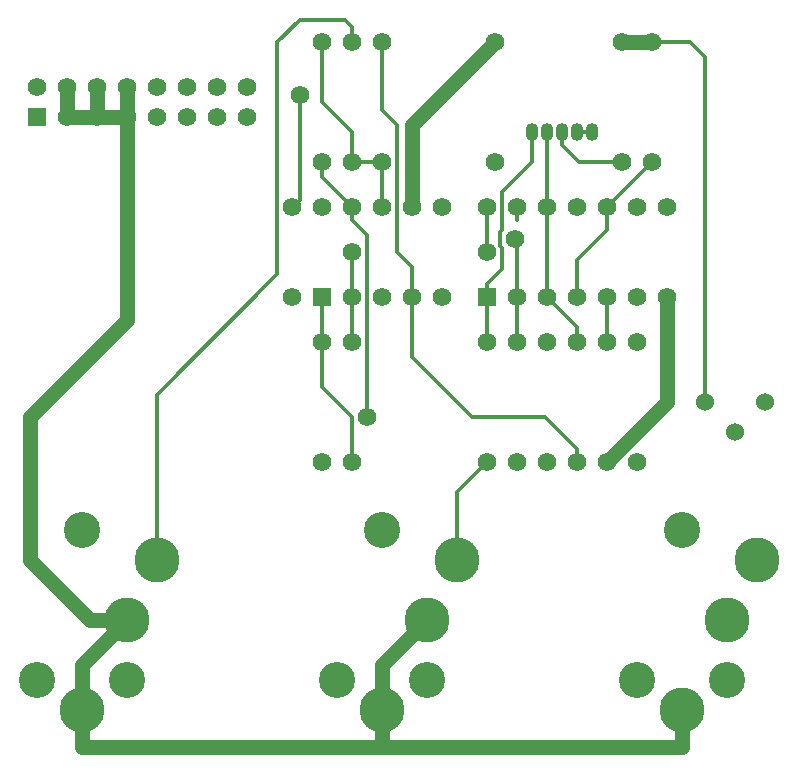
<source format=gbl>
G04 #@! TF.GenerationSoftware,KiCad,Pcbnew,(5.0.0)*
G04 #@! TF.CreationDate,2018-10-08T11:46:22-07:00*
G04 #@! TF.ProjectId,500-1019,3530302D313031392E6B696361645F70,rev?*
G04 #@! TF.SameCoordinates,Original*
G04 #@! TF.FileFunction,Copper,L2,Bot,Signal*
G04 #@! TF.FilePolarity,Positive*
%FSLAX46Y46*%
G04 Gerber Fmt 4.6, Leading zero omitted, Abs format (unit mm)*
G04 Created by KiCad (PCBNEW (5.0.0)) date 10/08/18 11:46:22*
%MOMM*%
%LPD*%
G01*
G04 APERTURE LIST*
G04 #@! TA.AperFunction,ComponentPad*
%ADD10C,1.574800*%
G04 #@! TD*
G04 #@! TA.AperFunction,ComponentPad*
%ADD11C,3.810000*%
G04 #@! TD*
G04 #@! TA.AperFunction,ComponentPad*
%ADD12C,3.048000*%
G04 #@! TD*
G04 #@! TA.AperFunction,ComponentPad*
%ADD13R,1.574800X1.574800*%
G04 #@! TD*
G04 #@! TA.AperFunction,ComponentPad*
%ADD14O,1.066800X1.524000*%
G04 #@! TD*
G04 #@! TA.AperFunction,ComponentPad*
%ADD15C,1.524000*%
G04 #@! TD*
G04 #@! TA.AperFunction,ViaPad*
%ADD16C,1.574800*%
G04 #@! TD*
G04 #@! TA.AperFunction,Conductor*
%ADD17C,0.304800*%
G04 #@! TD*
G04 #@! TA.AperFunction,Conductor*
%ADD18C,1.270000*%
G04 #@! TD*
G04 APERTURE END LIST*
D10*
G04 #@! TO.P,C1,1*
G04 #@! TO.N,+15V0*
X138430000Y-97790000D03*
G04 #@! TO.P,C1,2*
G04 #@! TO.N,GND*
X138430000Y-105410000D03*
G04 #@! TD*
G04 #@! TO.P,C2,1*
G04 #@! TO.N,-15V0*
X151130000Y-105410000D03*
G04 #@! TO.P,C2,2*
G04 #@! TO.N,GND*
X151130000Y-97790000D03*
G04 #@! TD*
D11*
G04 #@! TO.P,J1,1*
G04 #@! TO.N,GND*
X120650000Y-140411200D03*
D12*
G04 #@! TO.P,J1,*
G04 #@! TO.N,*
X124460000Y-137871200D03*
D11*
G04 #@! TO.P,J1,2*
G04 #@! TO.N,GND*
X124460000Y-132791200D03*
G04 #@! TO.P,J1,3*
G04 #@! TO.N,Net-(J1-Pad3)*
X127000000Y-127711200D03*
D12*
G04 #@! TO.P,J1,*
G04 #@! TO.N,*
X120650000Y-125171200D03*
X116840000Y-137871200D03*
G04 #@! TD*
D11*
G04 #@! TO.P,J2,1*
G04 #@! TO.N,GND*
X146050000Y-140411200D03*
D12*
G04 #@! TO.P,J2,*
G04 #@! TO.N,*
X149860000Y-137871200D03*
D11*
G04 #@! TO.P,J2,2*
G04 #@! TO.N,GND*
X149860000Y-132791200D03*
G04 #@! TO.P,J2,3*
G04 #@! TO.N,Net-(J2-Pad3)*
X152400000Y-127711200D03*
D12*
G04 #@! TO.P,J2,*
G04 #@! TO.N,*
X146050000Y-125171200D03*
X142240000Y-137871200D03*
G04 #@! TD*
D11*
G04 #@! TO.P,J3,1*
G04 #@! TO.N,GND*
X171450000Y-140411200D03*
D12*
G04 #@! TO.P,J3,*
G04 #@! TO.N,*
X175260000Y-137871200D03*
D11*
G04 #@! TO.P,J3,2*
G04 #@! TO.N,N/C*
X175260000Y-132791200D03*
G04 #@! TO.P,J3,3*
G04 #@! TO.N,Net-(J3-Pad3)*
X177800000Y-127711200D03*
D12*
G04 #@! TO.P,J3,*
G04 #@! TO.N,*
X171450000Y-125171200D03*
X167640000Y-137871200D03*
G04 #@! TD*
D13*
G04 #@! TO.P,P1,1*
G04 #@! TO.N,-15V0*
X116840000Y-90170000D03*
D10*
G04 #@! TO.P,P1,2*
X116840000Y-87630000D03*
G04 #@! TO.P,P1,3*
G04 #@! TO.N,GND*
X119380000Y-90170000D03*
G04 #@! TO.P,P1,4*
X119380000Y-87630000D03*
G04 #@! TO.P,P1,5*
X121920000Y-90170000D03*
G04 #@! TO.P,P1,6*
X121920000Y-87630000D03*
G04 #@! TO.P,P1,7*
X124460000Y-90170000D03*
G04 #@! TO.P,P1,8*
X124460000Y-87630000D03*
G04 #@! TO.P,P1,9*
G04 #@! TO.N,+15V0*
X127000000Y-90170000D03*
G04 #@! TO.P,P1,10*
X127000000Y-87630000D03*
G04 #@! TO.P,P1,11*
G04 #@! TO.N,N/C*
X129540000Y-90170000D03*
G04 #@! TO.P,P1,12*
X129540000Y-87630000D03*
G04 #@! TO.P,P1,13*
X132080000Y-90170000D03*
G04 #@! TO.P,P1,14*
X132080000Y-87630000D03*
G04 #@! TO.P,P1,15*
X134620000Y-90170000D03*
G04 #@! TO.P,P1,16*
X134620000Y-87630000D03*
G04 #@! TD*
G04 #@! TO.P,Q1,14*
G04 #@! TO.N,Net-(Q1-Pad14)*
X154940000Y-97790000D03*
D13*
G04 #@! TO.P,Q1,1*
G04 #@! TO.N,Net-(Q1-Pad1)*
X154940000Y-105410000D03*
D10*
G04 #@! TO.P,Q1,13*
G04 #@! TO.N,Net-(Q1-Pad13)*
X157480000Y-97790000D03*
G04 #@! TO.P,Q1,2*
G04 #@! TO.N,Net-(Q1-Pad2)*
X157480000Y-105410000D03*
G04 #@! TO.P,Q1,12*
G04 #@! TO.N,Net-(Q1-Pad12)*
X160020000Y-97790000D03*
G04 #@! TO.P,Q1,3*
X160020000Y-105410000D03*
G04 #@! TO.P,Q1,11*
G04 #@! TO.N,N/C*
X162560000Y-97790000D03*
G04 #@! TO.P,Q1,4*
G04 #@! TO.N,Net-(Q1-Pad10)*
X162560000Y-105410000D03*
G04 #@! TO.P,Q1,10*
X165100000Y-97790000D03*
G04 #@! TO.P,Q1,5*
G04 #@! TO.N,Net-(Q1-Pad5)*
X165100000Y-105410000D03*
G04 #@! TO.P,Q1,9*
G04 #@! TO.N,Net-(Q1-Pad2)*
X167640000Y-97790000D03*
G04 #@! TO.P,Q1,6*
G04 #@! TO.N,Net-(Q1-Pad1)*
X167640000Y-105410000D03*
G04 #@! TO.P,Q1,8*
G04 #@! TO.N,Net-(Q1-Pad14)*
X170180000Y-97790000D03*
G04 #@! TO.P,Q1,7*
G04 #@! TO.N,GND*
X170180000Y-105410000D03*
G04 #@! TD*
D14*
G04 #@! TO.P,Q2,1*
G04 #@! TO.N,Net-(Q1-Pad1)*
X158790000Y-91440000D03*
G04 #@! TO.P,Q2,2*
G04 #@! TO.N,Net-(Q1-Pad12)*
X160040000Y-91440000D03*
G04 #@! TO.P,Q2,3*
G04 #@! TO.N,Net-(Q2-Pad3)*
X161290000Y-91440000D03*
G04 #@! TO.P,Q2,4*
G04 #@! TO.N,GND*
X162540000Y-91440000D03*
G04 #@! TO.P,Q2,5*
X163790000Y-91440000D03*
G04 #@! TD*
D10*
G04 #@! TO.P,R1,1*
G04 #@! TO.N,Net-(R1-Pad1)*
X146050000Y-93980000D03*
G04 #@! TO.P,R1,2*
G04 #@! TO.N,-15V0*
X146050000Y-83820000D03*
G04 #@! TD*
G04 #@! TO.P,R2,1*
G04 #@! TO.N,Net-(R1-Pad1)*
X143510000Y-93980000D03*
G04 #@! TO.P,R2,2*
G04 #@! TO.N,Net-(J1-Pad3)*
X143510000Y-83820000D03*
G04 #@! TD*
G04 #@! TO.P,R3,1*
G04 #@! TO.N,Net-(R3-Pad1)*
X140970000Y-93980000D03*
G04 #@! TO.P,R3,2*
G04 #@! TO.N,Net-(R1-Pad1)*
X140970000Y-83820000D03*
G04 #@! TD*
G04 #@! TO.P,R4,1*
G04 #@! TO.N,Net-(Q1-Pad2)*
X157480000Y-109220000D03*
G04 #@! TO.P,R4,2*
G04 #@! TO.N,Net-(R3-Pad1)*
X157480000Y-119380000D03*
G04 #@! TD*
G04 #@! TO.P,R5,1*
G04 #@! TO.N,Net-(Q1-Pad1)*
X154940000Y-109220000D03*
G04 #@! TO.P,R5,2*
G04 #@! TO.N,Net-(J2-Pad3)*
X154940000Y-119380000D03*
G04 #@! TD*
G04 #@! TO.P,R6,1*
G04 #@! TO.N,Net-(Q1-Pad2)*
X160020000Y-109220000D03*
G04 #@! TO.P,R6,2*
G04 #@! TO.N,GND*
X160020000Y-119380000D03*
G04 #@! TD*
G04 #@! TO.P,R7,1*
G04 #@! TO.N,+15V0*
X168910000Y-83820000D03*
G04 #@! TO.P,R7,2*
G04 #@! TO.N,Net-(Q1-Pad10)*
X168910000Y-93980000D03*
G04 #@! TD*
G04 #@! TO.P,R8,1*
G04 #@! TO.N,Net-(Q1-Pad12)*
X162560000Y-109220000D03*
G04 #@! TO.P,R8,2*
G04 #@! TO.N,-15V0*
X162560000Y-119380000D03*
G04 #@! TD*
G04 #@! TO.P,R9,1*
G04 #@! TO.N,+15V0*
X166370000Y-83820000D03*
G04 #@! TO.P,R9,2*
G04 #@! TO.N,Net-(Q2-Pad3)*
X166370000Y-93980000D03*
G04 #@! TD*
G04 #@! TO.P,R10,1*
G04 #@! TO.N,Net-(Q1-Pad13)*
X155575000Y-93980000D03*
G04 #@! TO.P,R10,2*
G04 #@! TO.N,GND*
X155575000Y-83820000D03*
G04 #@! TD*
G04 #@! TO.P,R11,1*
G04 #@! TO.N,Net-(R11-Pad1)*
X143510000Y-119380000D03*
G04 #@! TO.P,R11,2*
G04 #@! TO.N,Net-(Q1-Pad14)*
X143510000Y-109220000D03*
G04 #@! TD*
G04 #@! TO.P,R12,1*
G04 #@! TO.N,Net-(J3-Pad3)*
X140970000Y-119380000D03*
G04 #@! TO.P,R12,2*
G04 #@! TO.N,Net-(R11-Pad1)*
X140970000Y-109220000D03*
G04 #@! TD*
D13*
G04 #@! TO.P,U1,1*
G04 #@! TO.N,Net-(R11-Pad1)*
X140970000Y-105410000D03*
D10*
G04 #@! TO.P,U1,2*
G04 #@! TO.N,Net-(Q1-Pad14)*
X143510000Y-105410000D03*
G04 #@! TO.P,U1,3*
G04 #@! TO.N,GND*
X146050000Y-105410000D03*
G04 #@! TO.P,U1,4*
G04 #@! TO.N,-15V0*
X148590000Y-105410000D03*
G04 #@! TO.P,U1,5*
G04 #@! TO.N,GND*
X148590000Y-97790000D03*
G04 #@! TO.P,U1,6*
G04 #@! TO.N,Net-(R1-Pad1)*
X146050000Y-97790000D03*
G04 #@! TO.P,U1,7*
G04 #@! TO.N,Net-(R3-Pad1)*
X143510000Y-97790000D03*
G04 #@! TO.P,U1,8*
G04 #@! TO.N,+15V0*
X140970000Y-97790000D03*
G04 #@! TD*
D15*
G04 #@! TO.P,R13,1*
G04 #@! TO.N,+15V0*
X173355000Y-114300000D03*
G04 #@! TO.P,R13,2*
G04 #@! TO.N,Net-(R13-Pad2)*
X175895000Y-116840000D03*
G04 #@! TO.P,R13,3*
G04 #@! TO.N,-15V0*
X178435000Y-114300000D03*
G04 #@! TD*
D10*
G04 #@! TO.P,R14,1*
G04 #@! TO.N,Net-(Q1-Pad5)*
X167640000Y-109220000D03*
G04 #@! TO.P,R14,2*
G04 #@! TO.N,Net-(R13-Pad2)*
X167640000Y-119380000D03*
G04 #@! TD*
G04 #@! TO.P,R15,1*
G04 #@! TO.N,Net-(Q1-Pad5)*
X165100000Y-109220000D03*
G04 #@! TO.P,R15,2*
G04 #@! TO.N,GND*
X165100000Y-119380000D03*
G04 #@! TD*
D16*
G04 #@! TO.N,+15V0*
X139065000Y-88265000D03*
G04 #@! TO.N,Net-(Q1-Pad14)*
X154932771Y-101603239D03*
X143510000Y-101600000D03*
G04 #@! TO.N,Net-(Q1-Pad2)*
X157313152Y-100496848D03*
G04 #@! TO.N,Net-(R3-Pad1)*
X144780000Y-115570000D03*
G04 #@! TD*
D17*
G04 #@! TO.N,+15V0*
X172085000Y-83820000D02*
X168910000Y-83820000D01*
X173355000Y-85090000D02*
X172085000Y-83820000D01*
X173355000Y-114300000D02*
X173355000Y-85090000D01*
X139065000Y-88265000D02*
X139065000Y-97155000D01*
X139065000Y-97155000D02*
X138430000Y-97790000D01*
D18*
X168910000Y-83820000D02*
X166370000Y-83820000D01*
G04 #@! TO.N,GND*
X155575000Y-83820000D02*
X148590000Y-90805000D01*
X148590000Y-90805000D02*
X148590000Y-97790000D01*
X116205000Y-127635000D02*
X121361200Y-132791200D01*
X121361200Y-132791200D02*
X124460000Y-132791200D01*
X116205000Y-115570000D02*
X116205000Y-127635000D01*
X124460000Y-107315000D02*
X116205000Y-115570000D01*
X124460000Y-90170000D02*
X124460000Y-107315000D01*
X170180000Y-105410000D02*
X170180000Y-114300000D01*
X170180000Y-114300000D02*
X165100000Y-119380000D01*
D17*
X163790000Y-91440000D02*
X162540000Y-91440000D01*
D18*
X120650000Y-140411200D02*
X120650000Y-136601200D01*
X120650000Y-136601200D02*
X124460000Y-132791200D01*
X146050000Y-140411200D02*
X146050000Y-136601200D01*
X146050000Y-136601200D02*
X149860000Y-132791200D01*
X120650000Y-143510000D02*
X120650000Y-140411200D01*
X146050000Y-143510000D02*
X120650000Y-143510000D01*
X146050000Y-143510000D02*
X146050000Y-140411200D01*
X171450000Y-143510000D02*
X146050000Y-143510000D01*
X171450000Y-140411200D02*
X171450000Y-143510000D01*
X121920000Y-90170000D02*
X124460000Y-90170000D01*
X119380000Y-90170000D02*
X121920000Y-90170000D01*
X124460000Y-87630000D02*
X124460000Y-90170000D01*
X121920000Y-87630000D02*
X121920000Y-90170000D01*
X119380000Y-89535000D02*
X119380000Y-90170000D01*
X119380000Y-87630000D02*
X119380000Y-89535000D01*
D17*
G04 #@! TO.N,-15V0*
X153670000Y-115570000D02*
X148590000Y-110490000D01*
X148590000Y-110490000D02*
X148590000Y-105410000D01*
X159863551Y-115570000D02*
X153670000Y-115570000D01*
X162560000Y-119380000D02*
X162560000Y-118266449D01*
X162560000Y-118266449D02*
X159863551Y-115570000D01*
X147345399Y-101625399D02*
X148590000Y-102870000D01*
X148590000Y-102870000D02*
X148590000Y-105410000D01*
X146050000Y-89535000D02*
X147345399Y-90830399D01*
X147345399Y-90830399D02*
X147345399Y-101625399D01*
X146050000Y-83820000D02*
X146050000Y-89535000D01*
G04 #@! TO.N,Net-(J1-Pad3)*
X143510000Y-83820000D02*
X143510000Y-82550000D01*
X139065000Y-81915000D02*
X137185399Y-83794601D01*
X143510000Y-82550000D02*
X142875000Y-81915000D01*
X142875000Y-81915000D02*
X139065000Y-81915000D01*
X137185399Y-83794601D02*
X137185399Y-103479601D01*
X137185399Y-103479601D02*
X127000000Y-113665000D01*
X127000000Y-113665000D02*
X127000000Y-127711200D01*
G04 #@! TO.N,Net-(J2-Pad3)*
X154940000Y-119380000D02*
X152400000Y-121920000D01*
X152400000Y-121920000D02*
X152400000Y-127711200D01*
G04 #@! TO.N,Net-(Q1-Pad14)*
X154940000Y-97790000D02*
X154940000Y-101596010D01*
X154940000Y-101596010D02*
X154932771Y-101603239D01*
X143510000Y-105410000D02*
X143510000Y-101600000D01*
X143510000Y-105410000D02*
X143510000Y-109220000D01*
G04 #@! TO.N,Net-(Q1-Pad1)*
X154940000Y-104317800D02*
X154940000Y-105410000D01*
X156210000Y-99757988D02*
X156068550Y-99899438D01*
X156068550Y-101094258D02*
X156210000Y-101235708D01*
X158790000Y-91440000D02*
X158790000Y-93940000D01*
X156210000Y-101235708D02*
X156210000Y-103047800D01*
X156068550Y-99899438D02*
X156068550Y-101094258D01*
X158790000Y-93940000D02*
X156210000Y-96520000D01*
X156210000Y-96520000D02*
X156210000Y-99757988D01*
X156210000Y-103047800D02*
X154940000Y-104317800D01*
X154940000Y-109220000D02*
X154940000Y-105410000D01*
G04 #@! TO.N,Net-(Q1-Pad13)*
X157480000Y-97790000D02*
X157480000Y-98903551D01*
G04 #@! TO.N,Net-(Q1-Pad2)*
X157480000Y-100663696D02*
X157313152Y-100496848D01*
X157480000Y-105410000D02*
X157480000Y-100663696D01*
X157480000Y-109220000D02*
X157480000Y-105410000D01*
G04 #@! TO.N,Net-(Q1-Pad12)*
X160040000Y-91440000D02*
X160040000Y-97770000D01*
X160040000Y-97770000D02*
X160020000Y-97790000D01*
X160020000Y-97790000D02*
X160020000Y-105410000D01*
X162560000Y-109220000D02*
X162560000Y-107950000D01*
X162560000Y-107950000D02*
X160020000Y-105410000D01*
G04 #@! TO.N,Net-(Q1-Pad10)*
X168910000Y-93980000D02*
X165100000Y-97790000D01*
X162560000Y-102235000D02*
X162560000Y-105410000D01*
X165100000Y-99695000D02*
X162560000Y-102235000D01*
X165100000Y-97790000D02*
X165100000Y-99695000D01*
G04 #@! TO.N,Net-(Q2-Pad3)*
X166370000Y-93980000D02*
X162763200Y-93980000D01*
X162763200Y-93980000D02*
X161290000Y-92506800D01*
X161290000Y-92506800D02*
X161290000Y-91440000D01*
G04 #@! TO.N,Net-(R1-Pad1)*
X140970000Y-83820000D02*
X140970000Y-88900000D01*
X140970000Y-88900000D02*
X143510000Y-91440000D01*
X143510000Y-91440000D02*
X143510000Y-93980000D01*
X146050000Y-97790000D02*
X146050000Y-93980000D01*
X146050000Y-93980000D02*
X143510000Y-93980000D01*
G04 #@! TO.N,Net-(R3-Pad1)*
X144780000Y-100173551D02*
X144780000Y-115570000D01*
X143510000Y-97790000D02*
X143510000Y-98903551D01*
X143510000Y-98903551D02*
X144780000Y-100173551D01*
X140970000Y-93980000D02*
X140970000Y-95250000D01*
X140970000Y-95250000D02*
X143510000Y-97790000D01*
G04 #@! TO.N,Net-(R11-Pad1)*
X140970000Y-109220000D02*
X140970000Y-113030000D01*
X143510000Y-115570000D02*
X143510000Y-119380000D01*
X140970000Y-113030000D02*
X143510000Y-115570000D01*
X140970000Y-105410000D02*
X140970000Y-109220000D01*
G04 #@! TO.N,Net-(Q1-Pad5)*
X165100000Y-105410000D02*
X165100000Y-109220000D01*
G04 #@! TD*
M02*

</source>
